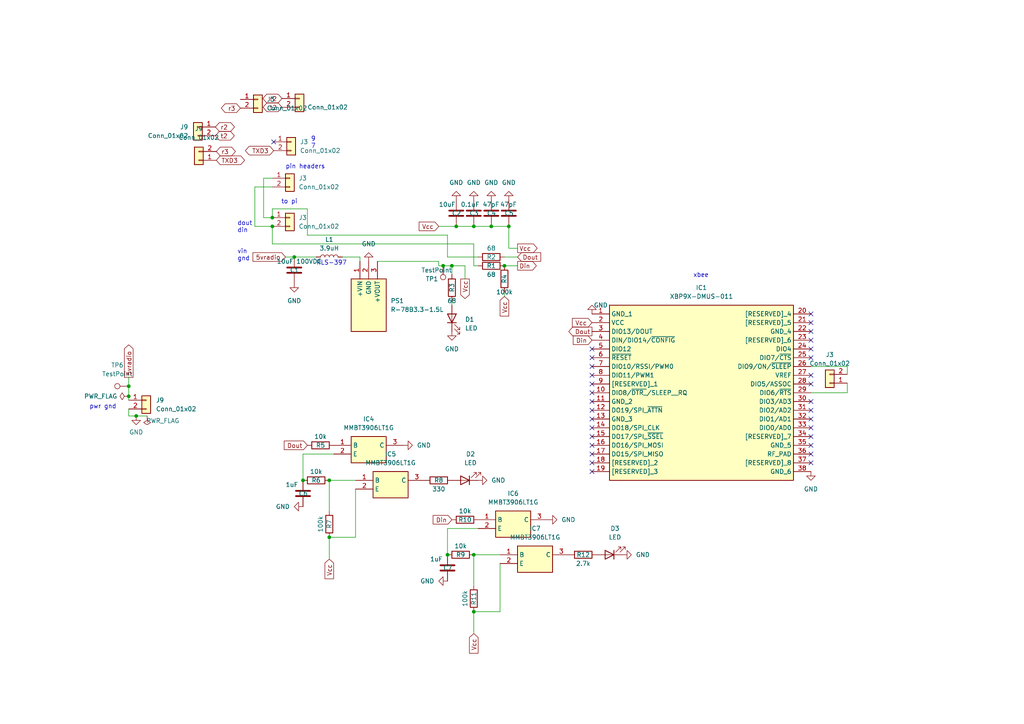
<source format=kicad_sch>
(kicad_sch (version 20230121) (generator eeschema)
  (paper "A4")
  (lib_symbols
    (symbol "Connector:TestPoint" (pin_numbers hide) (pin_names (offset 0.762) hide)
      (property "Reference" "TP" (at 0 6.858 0))
      (property "Value" "TestPoint" (at 0 5.08 0))
      (symbol "TestPoint_0_1"
        (circle (center 0 3.302) (radius 0.762))
      )
      (symbol "TestPoint_1_1"
        (pin passive line (at 0 0 90) (length 2.54) (name "1") (number "1"))
      )
    )
    (symbol "Connector_Generic:Conn_01x02" (pin_names (offset 1.016) hide)
      (property "Reference" "J" (at 0 2.54 0))
      (property "Value" "Conn_01x02" (at 0 -5.08 0))
      (symbol "Conn_01x02_1_1"
        (rectangle (start -1.27 -2.413) (end 0 -2.667) (stroke (width 0.1524)))
        (rectangle (start -1.27 0.127) (end 0 -0.127) (stroke (width 0.1524)))
        (rectangle (start -1.27 1.27) (end 1.27 -3.81) (stroke (width 0.254)) (fill (type background)))
        (pin passive line (at -5.08 0 0) (length 3.81) (name "Pin_1") (number "1"))
        (pin passive line (at -5.08 -2.54 0) (length 3.81) (name "Pin_2") (number "2"))
      )
    )
    (symbol "Device:C" (pin_numbers hide) (pin_names (offset 0.254))
      (property "Reference" "C" (at 0.635 2.54 0))
      (property "Value" "C" (at 0.635 -2.54 0))
      (symbol "C_0_1"
        (polyline (pts (xy -2.032 -0.762) (xy 2.032 -0.762)) (stroke (width 0.508)))
        (polyline (pts (xy -2.032 0.762) (xy 2.032 0.762)) (stroke (width 0.508)))
      )
      (symbol "C_1_1"
        (pin passive line (at 0 3.81 270) (length 2.794) (name "~") (number "1"))
        (pin passive line (at 0 -3.81 90) (length 2.794) (name "~") (number "2"))
      )
    )
    (symbol "Device:L" (pin_numbers hide) (pin_names (offset 1.016) hide)
      (property "Reference" "L" (at -1.27 0 90))
      (property "Value" "L" (at 1.905 0 90))
      (symbol "L_0_1"
        (arc (start 0 -2.54) (mid 0.6323 -1.905) (end 0 -1.27))
        (arc (start 0 -1.27) (mid 0.6323 -0.635) (end 0 0))
        (arc (start 0 0) (mid 0.6323 0.635) (end 0 1.27))
        (arc (start 0 1.27) (mid 0.6323 1.905) (end 0 2.54))
      )
      (symbol "L_1_1"
        (pin passive line (at 0 3.81 270) (length 1.27) (name "1") (number "1"))
        (pin passive line (at 0 -3.81 90) (length 1.27) (name "2") (number "2"))
      )
    )
    (symbol "Device:LED" (pin_numbers hide) (pin_names (offset 1.016) hide)
      (property "Reference" "D" (at 0 2.54 0))
      (property "Value" "LED" (at 0 -2.54 0))
      (symbol "LED_0_1"
        (polyline (pts (xy -1.27 -1.27) (xy -1.27 1.27)) (stroke (width 0.254)))
        (polyline (pts (xy -1.27 0) (xy 1.27 0)))
        (polyline (pts (xy 1.27 -1.27) (xy 1.27 1.27) (xy -1.27 0) (xy 1.27 -1.27)) (stroke (width 0.254)))
        (polyline (pts (xy -3.048 -0.762) (xy -4.572 -2.286) (xy -3.81 -2.286) (xy -4.572 -2.286) (xy -4.572 -1.524)))
        (polyline (pts (xy -1.778 -0.762) (xy -3.302 -2.286) (xy -2.54 -2.286) (xy -3.302 -2.286) (xy -3.302 -1.524)))
      )
      (symbol "LED_1_1"
        (pin passive line (at -3.81 0 0) (length 2.54) (name "K") (number "1"))
        (pin passive line (at 3.81 0 180) (length 2.54) (name "A") (number "2"))
      )
    )
    (symbol "Device:R" (pin_numbers hide) (pin_names (offset 0))
      (property "Reference" "R" (at 2.032 0 90))
      (property "Value" "R" (at 0 0 90))
      (symbol "R_0_1"
        (rectangle (start -1.016 -2.54) (end 1.016 2.54) (stroke (width 0.254)))
      )
      (symbol "R_1_1"
        (pin passive line (at 0 3.81 270) (length 1.27) (name "~") (number "1"))
        (pin passive line (at 0 -3.81 90) (length 1.27) (name "~") (number "2"))
      )
    )
    (symbol "power:GND" (power) (pin_names (offset 0))
      (property "Value" "GND" (at 0 -3.81 0))
      (symbol "GND_0_1"
        (polyline (pts (xy 0 0) (xy 0 -1.27) (xy 1.27 -1.27) (xy 0 -2.54) (xy -1.27 -1.27) (xy 0 -1.27)))
      )
      (symbol "GND_1_1"
        (pin power_in line (at 0 0 270) (length 0) hide (name "GND") (number "1"))
      )
    )
    (symbol "power:PWR_FLAG" (power) (pin_numbers hide) (pin_names (offset 0) hide)
      (property "Value" "PWR_FLAG" (at 0 3.81 0))
      (symbol "PWR_FLAG_0_0"
        (pin power_out line (at 0 0 90) (length 0) (name "pwr") (number "1"))
      )
      (symbol "PWR_FLAG_0_1"
        (polyline (pts (xy 0 0) (xy 0 1.27) (xy -1.016 1.905) (xy 0 2.54) (xy 1.016 1.905) (xy 0 1.27)))
      )
    )
    (symbol "radio_module_symbols:MMBT3906LT1G"
      (property "Reference" "IC" (at 16.51 7.62 0))
      (property "Value" "MMBT3906LT1G" (at 16.51 5.08 0))
      (symbol "MMBT3906LT1G_1_1"
        (rectangle (start 5.08 2.54) (end 15.24 -5.08) (stroke (width 0.254)) (fill (type background)))
        (pin passive line (at 0 0 0) (length 5.08) (name "B") (number "1"))
        (pin passive line (at 0 -2.54 0) (length 5.08) (name "E") (number "2"))
        (pin passive line (at 20.32 0 180) (length 5.08) (name "C") (number "3"))
      )
    )
    (symbol "radio_module_symbols:R-78B3.3-1.5L"
      (property "Reference" "PS" (at 21.59 7.62 0))
      (property "Value" "R-78B3.3-1.5L" (at 21.59 5.08 0))
      (symbol "R-78B3.3-1.5L_1_1"
        (rectangle (start 5.08 2.54) (end 20.32 -7.62) (stroke (width 0.254)) (fill (type background)))
        (pin passive line (at 0 -5.08 0) (length 5.08) (name "+VIN") (number "1"))
        (pin passive line (at 0 -2.54 0) (length 5.08) (name "GND") (number "2"))
        (pin passive line (at 0 0 0) (length 5.08) (name "+VOUT") (number "3"))
      )
    )
    (symbol "radio_module_symbols:XBP9X-DMUS-011"
      (property "Reference" "IC" (at 59.69 7.62 0))
      (property "Value" "XBP9X-DMUS-011" (at 59.69 5.08 0))
      (symbol "XBP9X-DMUS-011_1_1"
        (rectangle (start 5.08 2.54) (end 58.42 -48.26) (stroke (width 0.254)) (fill (type background)))
        (pin passive line (at 0 0 0) (length 5.08) (name "GND_1") (number "1"))
        (pin passive line (at 0 -22.86 0) (length 5.08) (name "DIO8/~{DTR_}/SLEEP__RQ") (number "10"))
        (pin passive line (at 0 -25.4 0) (length 5.08) (name "GND_2") (number "11"))
        (pin passive line (at 0 -27.94 0) (length 5.08) (name "DO19/SPI_~{ATTN}") (number "12"))
        (pin passive line (at 0 -30.48 0) (length 5.08) (name "GND_3") (number "13"))
        (pin passive line (at 0 -33.02 0) (length 5.08) (name "DO18/SPI_CLK") (number "14"))
        (pin passive line (at 0 -35.56 0) (length 5.08) (name "DO17/SPI_~{SSEL}") (number "15"))
        (pin passive line (at 0 -38.1 0) (length 5.08) (name "DO16/SPI_MOSI") (number "16"))
        (pin passive line (at 0 -40.64 0) (length 5.08) (name "DO15/SPI_MISO") (number "17"))
        (pin passive line (at 0 -43.18 0) (length 5.08) (name "[RESERVED]_2") (number "18"))
        (pin passive line (at 0 -45.72 0) (length 5.08) (name "[RESERVED]_3") (number "19"))
        (pin passive line (at 0 -2.54 0) (length 5.08) (name "VCC") (number "2"))
        (pin passive line (at 63.5 0 180) (length 5.08) (name "[RESERVED]_4") (number "20"))
        (pin passive line (at 63.5 -2.54 180) (length 5.08) (name "[RESERVED]_5") (number "21"))
        (pin passive line (at 63.5 -5.08 180) (length 5.08) (name "GND_4") (number "22"))
        (pin passive line (at 63.5 -7.62 180) (length 5.08) (name "[RESERVED]_6") (number "23"))
        (pin passive line (at 63.5 -10.16 180) (length 5.08) (name "DIO4") (number "24"))
        (pin passive line (at 63.5 -12.7 180) (length 5.08) (name "DIO7/~{CTS}") (number "25"))
        (pin passive line (at 63.5 -15.24 180) (length 5.08) (name "DIO9/ON/~{SLEEP}") (number "26"))
        (pin passive line (at 63.5 -17.78 180) (length 5.08) (name "VREF") (number "27"))
        (pin passive line (at 63.5 -20.32 180) (length 5.08) (name "DIO5/ASSOC") (number "28"))
        (pin passive line (at 63.5 -22.86 180) (length 5.08) (name "DIO6/~{RTS}") (number "29"))
        (pin passive line (at 0 -5.08 0) (length 5.08) (name "DIO13/DOUT") (number "3"))
        (pin passive line (at 63.5 -25.4 180) (length 5.08) (name "DIO3/AD3") (number "30"))
        (pin passive line (at 63.5 -27.94 180) (length 5.08) (name "DIO2/AD2") (number "31"))
        (pin passive line (at 63.5 -30.48 180) (length 5.08) (name "DIO1/AD1") (number "32"))
        (pin passive line (at 63.5 -33.02 180) (length 5.08) (name "DIO0/AD0") (number "33"))
        (pin passive line (at 63.5 -35.56 180) (length 5.08) (name "[RESERVED]_7") (number "34"))
        (pin passive line (at 63.5 -38.1 180) (length 5.08) (name "GND_5") (number "35"))
        (pin passive line (at 63.5 -40.64 180) (length 5.08) (name "RF_PAD") (number "36"))
        (pin passive line (at 63.5 -43.18 180) (length 5.08) (name "[RESERVED]_8") (number "37"))
        (pin passive line (at 63.5 -45.72 180) (length 5.08) (name "GND_6") (number "38"))
        (pin passive line (at 0 -7.62 0) (length 5.08) (name "DIN/DIO14/~{CONFIG}") (number "4"))
        (pin passive line (at 0 -10.16 0) (length 5.08) (name "DIO12") (number "5"))
        (pin passive line (at 0 -12.7 0) (length 5.08) (name "~{RESET}") (number "6"))
        (pin passive line (at 0 -15.24 0) (length 5.08) (name "DIO10/RSSI/PWM0") (number "7"))
        (pin passive line (at 0 -17.78 0) (length 5.08) (name "DIO11/PWM1") (number "8"))
        (pin passive line (at 0 -20.32 0) (length 5.08) (name "[RESERVED]_1") (number "9"))
      )
    )
  )
  (junction (at 147.574 65.659))
  (junction (at 129.794 160.909))
  (junction (at 78.994 65.659))
  (junction (at 78.994 63.119))
  (junction (at 95.504 155.829))
  (junction (at 128.524 77.089))
  (junction (at 137.414 65.659))
  (junction (at 137.414 160.909))
  (junction (at 37.338 114.935))
  (junction (at 137.414 177.419))
  (junction (at 37.338 112.014))
  (junction (at 142.494 65.659))
  (junction (at 85.344 74.549))
  (junction (at 87.884 139.319))
  (junction (at 132.334 65.659))
  (junction (at 146.304 77.089))
  (junction (at 131.064 77.089))
  (junction (at 39.497 120.65))
  (junction (at 95.504 139.319))
  (no_connect (at 235.204 101.219))
  (no_connect (at 171.704 126.619))
  (no_connect (at 235.204 108.839))
  (no_connect (at 235.204 96.139))
  (no_connect (at 235.204 103.759))
  (no_connect (at 235.204 134.239))
  (no_connect (at 235.204 91.059))
  (no_connect (at 171.704 116.459))
  (no_connect (at 235.204 124.079))
  (no_connect (at 171.704 101.219))
  (no_connect (at 171.704 118.999))
  (no_connect (at 79.375 41.148))
  (no_connect (at 171.704 113.919))
  (no_connect (at 171.704 121.539))
  (no_connect (at 171.704 131.699))
  (no_connect (at 235.204 98.679))
  (no_connect (at 235.204 131.699))
  (no_connect (at 235.204 126.619))
  (no_connect (at 171.704 124.079))
  (no_connect (at 235.204 116.459))
  (no_connect (at 235.204 118.999))
  (no_connect (at 235.204 129.159))
  (no_connect (at 235.204 121.539))
  (no_connect (at 171.704 108.839))
  (no_connect (at 171.704 136.779))
  (no_connect (at 171.704 111.379))
  (no_connect (at 171.704 106.299))
  (no_connect (at 235.204 93.599))
  (no_connect (at 235.204 111.379))
  (no_connect (at 171.704 103.759))
  (no_connect (at 171.704 134.239))
  (no_connect (at 171.704 129.159))
  (wire (pts (xy 129.794 160.909) (xy 129.794 153.289)))
  (wire (pts (xy 103.124 155.829) (xy 95.504 155.829)))
  (wire (pts (xy 85.344 74.549) (xy 91.694 74.549)))
  (wire (pts (xy 95.504 148.209) (xy 95.504 139.319)))
  (wire (pts (xy 78.994 60.579) (xy 78.994 63.119)))
  (wire (pts (xy 89.154 60.579) (xy 78.994 60.579)))
  (wire (pts (xy 103.124 141.859) (xy 103.124 155.829)))
  (wire (pts (xy 95.504 162.179) (xy 95.504 155.829)))
  (wire (pts (xy 129.794 74.549) (xy 138.684 74.549)))
  (wire (pts (xy 89.154 68.199) (xy 89.154 60.579)))
  (wire (pts (xy 76.454 51.689) (xy 78.994 51.689)))
  (wire (pts (xy 146.304 85.979) (xy 146.304 84.709)))
  (wire (pts (xy 87.884 139.319) (xy 87.884 131.699)))
  (wire (pts (xy 146.304 74.549) (xy 150.114 74.549)))
  (wire (pts (xy 131.064 77.089) (xy 131.064 79.629)))
  (wire (pts (xy 235.204 106.299) (xy 245.745 106.299)))
  (wire (pts (xy 128.524 77.089) (xy 131.064 77.089)))
  (wire (pts (xy 137.414 169.799) (xy 137.414 160.909)))
  (wire (pts (xy 99.314 74.549) (xy 104.394 74.549)))
  (wire (pts (xy 137.414 160.909) (xy 145.034 160.909)))
  (wire (pts (xy 145.034 177.419) (xy 137.414 177.419)))
  (wire (pts (xy 104.394 74.549) (xy 104.394 75.819)))
  (wire (pts (xy 129.794 68.199) (xy 129.794 74.549)))
  (wire (pts (xy 131.064 88.519) (xy 131.064 87.249)))
  (wire (pts (xy 127.254 65.659) (xy 132.334 65.659)))
  (wire (pts (xy 131.064 77.089) (xy 134.874 77.089)))
  (wire (pts (xy 129.794 68.199) (xy 89.154 68.199)))
  (wire (pts (xy 245.745 113.919) (xy 245.745 111.125)))
  (wire (pts (xy 137.414 70.739) (xy 137.414 77.089)))
  (wire (pts (xy 73.914 65.659) (xy 73.914 54.229)))
  (wire (pts (xy 150.114 72.009) (xy 147.574 72.009)))
  (wire (pts (xy 37.338 109.474) (xy 37.338 112.014)))
  (wire (pts (xy 127.254 77.089) (xy 128.524 77.089)))
  (wire (pts (xy 137.414 65.659) (xy 142.494 65.659)))
  (wire (pts (xy 109.474 75.819) (xy 127.254 75.819)))
  (wire (pts (xy 78.994 70.739) (xy 137.414 70.739)))
  (wire (pts (xy 127.254 75.819) (xy 127.254 77.089)))
  (wire (pts (xy 132.334 65.659) (xy 137.414 65.659)))
  (wire (pts (xy 235.204 113.919) (xy 245.745 113.919)))
  (wire (pts (xy 73.914 54.229) (xy 78.994 54.229)))
  (wire (pts (xy 76.454 63.119) (xy 76.454 51.689)))
  (wire (pts (xy 39.497 120.65) (xy 42.672 120.65)))
  (wire (pts (xy 82.804 74.549) (xy 85.344 74.549)))
  (wire (pts (xy 134.874 77.089) (xy 134.874 80.899)))
  (wire (pts (xy 37.338 120.65) (xy 39.497 120.65)))
  (wire (pts (xy 37.338 114.935) (xy 37.338 116.078)))
  (wire (pts (xy 137.414 183.769) (xy 137.414 177.419)))
  (wire (pts (xy 137.414 77.089) (xy 138.684 77.089)))
  (wire (pts (xy 87.884 131.699) (xy 96.774 131.699)))
  (wire (pts (xy 78.994 65.659) (xy 73.914 65.659)))
  (wire (pts (xy 146.304 77.089) (xy 150.114 77.089)))
  (wire (pts (xy 145.034 163.449) (xy 145.034 177.419)))
  (wire (pts (xy 95.504 139.319) (xy 103.124 139.319)))
  (wire (pts (xy 37.338 120.65) (xy 37.338 118.618)))
  (wire (pts (xy 245.745 106.299) (xy 245.745 108.585)))
  (wire (pts (xy 129.794 153.289) (xy 138.684 153.289)))
  (wire (pts (xy 147.574 72.009) (xy 147.574 65.659)))
  (wire (pts (xy 142.494 65.659) (xy 147.574 65.659)))
  (wire (pts (xy 37.338 112.014) (xy 37.338 114.935)))
  (wire (pts (xy 78.994 63.119) (xy 76.454 63.119)))
  (wire (pts (xy 78.994 70.739) (xy 78.994 65.659)))
  (text "9\n7" (at 90.17 43.18 0) (effects (font (size 1.27 1.27)) (justify left bottom)))
  (text "dout\ndin\n\n\nvin\ngnd" (at 68.834 75.819 0) (effects (font (size 1.27 1.27)) (justify left bottom)))
  (text "RLS-397" (at 91.694 77.089 0) (effects (font (size 1.27 1.27)) (justify left bottom)))
  (text "pin headers" (at 82.804 49.149 0) (effects (font (size 1.27 1.27)) (justify left bottom)))
  (text "pwr gnd\n" (at 25.908 118.745 0) (effects (font (size 1.27 1.27)) (justify left bottom)))
  (text "to pi" (at 81.534 59.309 0) (effects (font (size 1.27 1.27)) (justify left bottom)))
  (text "xbee" (at 201.041 80.645 0) (effects (font (size 1.27 1.27)) (justify left bottom)))
  (global_label "Dout" (shape input) (at 150.114 74.549 0) (property "Intersheetrefs" "${INTERSHEET_REFS}" (effects hide)))
  (global_label "t2" (shape bidirectional) (at 62.484 39.37 0) (property "Intersheetrefs" "${INTERSHEET_REFS}" (effects hide)))
  (global_label "Dout" (shape output) (at 171.704 96.139 180) (property "Intersheetrefs" "${INTERSHEET_REFS}" (effects hide)))
  (global_label "Din" (shape input) (at 131.064 150.749 180) (property "Intersheetrefs" "${INTERSHEET_REFS}" (effects hide)))
  (global_label "Vcc" (shape input) (at 171.704 93.599 180) (property "Intersheetrefs" "${INTERSHEET_REFS}" (effects hide)))
  (global_label "t2" (shape bidirectional) (at 81.788 31.115 180) (property "Intersheetrefs" "${INTERSHEET_REFS}" (effects hide)))
  (global_label "r2" (shape bidirectional) (at 62.484 36.83 0) (property "Intersheetrefs" "${INTERSHEET_REFS}" (effects hide)))
  (global_label "5vradio" (shape input) (at 82.804 74.549 180) (property "Intersheetrefs" "${INTERSHEET_REFS}" (effects hide)))
  (global_label "Vcc" (shape input) (at 146.304 85.979 270) (property "Intersheetrefs" "${INTERSHEET_REFS}" (effects hide)))
  (global_label "Din" (shape input) (at 171.704 98.679 180) (property "Intersheetrefs" "${INTERSHEET_REFS}" (effects hide)))
  (global_label "TXD3" (shape bidirectional) (at 79.375 43.688 180) (property "Intersheetrefs" "${INTERSHEET_REFS}" (effects hide)))
  (global_label "Vcc" (shape input) (at 95.504 162.179 270) (property "Intersheetrefs" "${INTERSHEET_REFS}" (effects hide)))
  (global_label "Vcc" (shape input) (at 137.414 183.769 270) (property "Intersheetrefs" "${INTERSHEET_REFS}" (effects hide)))
  (global_label "r3" (shape bidirectional) (at 69.723 31.369 180) (property "Intersheetrefs" "${INTERSHEET_REFS}" (effects hide)))
  (global_label "Dout" (shape input) (at 89.154 129.159 180) (property "Intersheetrefs" "${INTERSHEET_REFS}" (effects hide)))
  (global_label "Vcc" (shape output) (at 134.874 80.899 270) (property "Intersheetrefs" "${INTERSHEET_REFS}" (effects hide)))
  (global_label "Din" (shape output) (at 150.114 77.089 0) (property "Intersheetrefs" "${INTERSHEET_REFS}" (effects hide)))
  (global_label "r2" (shape bidirectional) (at 81.788 28.575 180) (property "Intersheetrefs" "${INTERSHEET_REFS}" (effects hide)))
  (global_label "Vcc" (shape input) (at 127.254 65.659 180) (property "Intersheetrefs" "${INTERSHEET_REFS}" (effects hide)))
  (global_label "TXD3" (shape bidirectional) (at 62.738 46.482 0) (property "Intersheetrefs" "${INTERSHEET_REFS}" (effects hide)))
  (global_label "r3" (shape bidirectional) (at 62.738 43.942 0) (property "Intersheetrefs" "${INTERSHEET_REFS}" (effects hide)))
  (global_label "5vradio" (shape output) (at 37.338 109.474 90) (property "Intersheetrefs" "${INTERSHEET_REFS}" (effects hide)))
  (global_label "Vcc" (shape output) (at 150.114 72.009 0) (property "Intersheetrefs" "${INTERSHEET_REFS}" (effects hide)))
  (symbol (lib_id "Device:C") (at 147.574 61.849 0) (unit 1)
    (property "Reference" "C5" (at 146.304 61.849 0) (effects (justify left)))
    (property "Value" "47pF" (at 145.034 59.309 0) (effects (justify left)))
    (property "Footprint" "Capacitor_SMD:C_0603_1608Metric" (effects hide))
    (instances (project "Radio Module" (path "" (reference "C5") (unit 1))) (project "mainbox_baclup" (path "" (reference "C29") (unit 1))))
  )
  (symbol (lib_id "power:GND") (at 137.414 58.039 180) (unit 1)
    (property "Reference" "#PWR05" (effects hide))
    (property "Value" "GND" (at 137.414 52.959 0))
    (instances (project "Radio Module" (path "" (reference "#PWR05") (unit 1))) (project "mainbox_baclup" (path "" (reference "#PWR091") (unit 1))))
  )
  (symbol (lib_id "Device:R") (at 137.414 173.609 180) (unit 1)
    (property "Reference" "R11" (at 137.414 173.609 90))
    (property "Value" "100k" (at 134.874 173.609 90))
    (property "Footprint" "Resistor_SMD:R_0603_1608Metric" (effects hide))
    (instances (project "Radio Module" (path "" (reference "R11") (unit 1))) (project "mainbox_baclup" (path "" (reference "R15") (unit 1))))
  )
  (symbol (lib_id "Connector:TestPoint") (at 37.338 112.014 90) (unit 1)
    (property "Reference" "TP6" (at 34.036 105.918 90))
    (property "Value" "TestPoint" (at 34.036 108.458 90))
    (property "Footprint" "TestPoint:TestPoint_Pad_1.5x1.5mm" (effects hide))
    (instances (project "mainbox_baclup" (path "" (reference "TP6") (unit 1)) (path "" (reference "TP10") (unit 1))))
  )
  (symbol (lib_id "Connector_Generic:Conn_01x02") (at 74.803 28.829 0) (unit 1)
    (property "Reference" "J3" (at 77.343 28.829 0) (effects (justify left)))
    (property "Value" "Conn_01x02" (at 77.343 31.369 0) (effects (justify left)))
    (property "Footprint" "Connector_PinHeader_2.54mm:PinHeader_1x02_P2.54mm_Vertical" (effects hide))
    (instances (project "Radio Module" (path "" (reference "J3") (unit 1))) (project "mainbox_baclup" (path "" (reference "J2") (unit 1)) (path "" (reference "J4") (unit 1))))
  )
  (symbol (lib_id "Device:R") (at 127.254 139.319 270) (unit 1)
    (property "Reference" "R8" (at 127.254 139.319 90))
    (property "Value" "330" (at 127.254 141.859 90))
    (property "Footprint" "Resistor_SMD:R_1206_3216Metric" (effects hide))
    (instances (project "Radio Module" (path "" (reference "R8") (unit 1))) (project "mainbox_baclup" (path "" (reference "R11") (unit 1))))
  )
  (symbol (lib_id "Device:C") (at 87.884 143.129 0) (unit 1)
    (property "Reference" "C6" (at 86.614 143.129 0) (effects (justify left)))
    (property "Value" "1uF" (at 82.804 140.589 0) (effects (justify left)))
    (property "Footprint" "Capacitor_SMD:C_0603_1608Metric" (effects hide))
    (instances (project "Radio Module" (path "" (reference "C6") (unit 1))) (project "mainbox_baclup" (path "" (reference "C8") (unit 1))))
  )
  (symbol (lib_id "Device:R") (at 142.494 74.549 90) (unit 1)
    (property "Reference" "R2" (at 142.494 74.549 90))
    (property "Value" "68" (at 142.494 72.009 90))
    (property "Footprint" "Resistor_SMD:R_0603_1608Metric" (effects hide))
    (instances (project "Radio Module" (path "" (reference "R2") (unit 1))) (project "mainbox_baclup" (path "" (reference "R16") (unit 1))))
  )
  (symbol (lib_id "Connector_Generic:Conn_01x02") (at 86.868 28.575 0) (unit 1)
    (property "Reference" "J3" (effects hide))
    (property "Value" "Conn_01x02" (at 89.154 31.115 0) (effects (justify left)))
    (property "Footprint" "Connector_PinHeader_2.54mm:PinHeader_1x02_P2.54mm_Vertical" (effects hide))
    (instances (project "Radio Module" (path "" (reference "J3") (unit 1))) (project "mainbox_baclup" (path "" (reference "J11") (unit 1)) (path "" (reference "J4") (unit 1))))
  )
  (symbol (lib_id "power:PWR_FLAG") (at 37.338 114.935 90) (unit 1)
    (property "Reference" "#FLG02" (effects hide))
    (property "Value" "PWR_FLAG" (at 34.036 114.935 90) (effects (justify left)))
    (instances (project "mainbox_baclup" (path "" (reference "#FLG02") (unit 1)) (path "" (reference "#FLG03") (unit 1)) (path "" (reference "#FLG07") (unit 1))))
  )
  (symbol (lib_id "radio_module_symbols:MMBT3906LT1G") (at 96.774 129.159 0) (unit 1)
    (property "Reference" "IC4" (at 106.934 121.539 0))
    (property "Value" "MMBT3906LT1G" (at 106.934 124.079 0))
    (property "Footprint" "radio_modulefp:SOT96P237X111-3N" (effects hide))
    (property "Datasheet" "http://www.onsemi.com/pub/Collateral/MMBT3906LT1-D.PDF" (effects hide))
    (property "Height" "1.11" (effects hide))
    (property "Mouser Part Number" "863-MMBT3906LT1G" (effects hide))
    (property "Mouser Price/Stock" "https://www.mouser.co.uk/ProductDetail/onsemi/MMBT3906LT1G?qs=HVbQlW5zcXXO9RcjXx8aQw%3D%3D" (effects hide))
    (property "Manufacturer_Name" "onsemi" (effects hide))
    (property "Manufacturer_Part_Number" "MMBT3906LT1G" (effects hide))
  )
  (symbol (lib_id "Connector_Generic:Conn_01x02") (at 240.665 111.125 180) (unit 1)
    (property "Reference" "J3" (at 240.665 102.87 0))
    (property "Value" "Conn_01x02" (at 240.665 105.41 0))
    (property "Footprint" "Connector_PinHeader_2.54mm:PinHeader_1x02_P2.54mm_Vertical" (effects hide))
    (instances (project "Radio Module" (path "" (reference "J3") (unit 1))) (project "mainbox_baclup" (path "" (reference "J9") (unit 1))))
  )
  (symbol (lib_id "Device:C") (at 142.494 61.849 0) (unit 1)
    (property "Reference" "C4" (at 141.224 61.849 0) (effects (justify left)))
    (property "Value" "47pF" (at 139.954 59.309 0) (effects (justify left)))
    (property "Footprint" "Capacitor_SMD:C_0603_1608Metric" (effects hide))
    (instances (project "Radio Module" (path "" (reference "C4") (unit 1))) (project "mainbox_baclup" (path "" (reference "C27") (unit 1))))
  )
  (symbol (lib_id "Device:C") (at 132.334 61.849 0) (unit 1)
    (property "Reference" "C2" (at 131.064 61.849 0) (effects (justify left)))
    (property "Value" "10uF" (at 127.254 59.309 0) (effects (justify left)))
    (property "Footprint" "Capacitor_SMD:C_0603_1608Metric" (effects hide))
    (instances (project "Radio Module" (path "" (reference "C2") (unit 1))) (project "mainbox_baclup" (path "" (reference "C17") (unit 1))))
  )
  (symbol (lib_id "Device:R") (at 146.304 80.899 180) (unit 1)
    (property "Reference" "R4" (at 146.304 80.899 90))
    (property "Value" "100k" (at 146.304 84.709 0))
    (property "Footprint" "Resistor_SMD:R_0603_1608Metric" (effects hide))
    (instances (project "Radio Module" (path "" (reference "R4") (unit 1))) (project "mainbox_baclup" (path "" (reference "R18") (unit 1))))
  )
  (symbol (lib_id "Device:R") (at 95.504 152.019 180) (unit 1)
    (property "Reference" "R7" (at 95.504 152.019 90))
    (property "Value" "100k" (at 92.964 152.019 90))
    (property "Footprint" "Resistor_SMD:R_0603_1608Metric" (effects hide))
    (instances (project "Radio Module" (path "" (reference "R7") (unit 1))) (project "mainbox_baclup" (path "" (reference "R10") (unit 1))))
  )
  (symbol (lib_id "Device:C") (at 137.414 61.849 0) (unit 1)
    (property "Reference" "C3" (at 136.144 61.849 0) (effects (justify left)))
    (property "Value" "0.1uF" (at 133.604 59.309 0) (effects (justify left)))
    (property "Footprint" "Capacitor_SMD:C_0603_1608Metric" (effects hide))
    (instances (project "Radio Module" (path "" (reference "C3") (unit 1))) (project "mainbox_baclup" (path "" (reference "C25") (unit 1))))
  )
  (symbol (lib_id "Device:C") (at 85.344 78.359 0) (unit 1)
    (property "Reference" "C1" (at 84.074 78.359 0) (effects (justify left)))
    (property "Value" "10uF 100VDC" (at 80.264 75.819 0) (effects (justify left)))
    (property "Footprint" "Capacitor_SMD:C_1210_3225Metric" (effects hide))
    (instances (project "Radio Module" (path "" (reference "C1") (unit 1))) (project "mainbox_baclup" (path "" (reference "C3") (unit 1))))
  )
  (symbol (lib_id "Connector_Generic:Conn_01x02") (at 57.658 46.482 180) (unit 1)
    (property "Reference" "J9" (at 57.658 37.338 0))
    (property "Value" "Conn_01x02" (at 57.658 39.878 0))
    (property "Footprint" "peripheralio:SMD_picoblade_hori_1x02" (effects hide))
    (instances (project "mainbox_baclup" (path "" (reference "J9") (unit 1)) (path "" (reference "J21") (unit 1)) (path "" (reference "J13") (unit 1))))
  )
  (symbol (lib_id "power:GND") (at 129.794 168.529 270) (unit 1)
    (property "Reference" "#PWR014" (effects hide))
    (property "Value" "GND" (at 125.984 168.529 90) (effects (justify right)))
    (instances (project "Radio Module" (path "" (reference "#PWR014") (unit 1))) (project "mainbox_baclup" (path "" (reference "#PWR088") (unit 1))))
  )
  (symbol (lib_id "power:GND") (at 87.884 146.939 270) (unit 1)
    (property "Reference" "#PWR013" (effects hide))
    (property "Value" "GND" (at 84.074 146.939 90) (effects (justify right)))
    (instances (project "Radio Module" (path "" (reference "#PWR013") (unit 1))) (project "mainbox_baclup" (path "" (reference "#PWR085") (unit 1))))
  )
  (symbol (lib_id "power:GND") (at 85.344 82.169 0) (unit 1)
    (property "Reference" "#PWR02" (effects hide))
    (property "Value" "GND" (at 85.344 87.249 0))
    (instances (project "Radio Module" (path "" (reference "#PWR02") (unit 1))) (project "mainbox_baclup" (path "" (reference "#PWR084") (unit 1))))
  )
  (symbol (lib_id "Device:L") (at 95.504 74.549 90) (unit 1)
    (property "Reference" "L1" (at 95.504 69.469 90))
    (property "Value" "3.9uH" (at 95.504 72.009 90))
    (property "Footprint" "radio_modulefp:RLS397" (effects hide))
    (instances (project "Radio Module" (path "" (reference "L1") (unit 1))) (project "mainbox_baclup" (path "" (reference "L2") (unit 1))))
  )
  (symbol (lib_id "power:PWR_FLAG") (at 42.672 120.65 180) (unit 1)
    (property "Reference" "#FLG01" (effects hide))
    (property "Value" "PWR_FLAG" (at 47.244 122.047 0))
    (instances (project "mainbox_baclup" (path "" (reference "#FLG01") (unit 1)) (path "" (reference "#FLG04") (unit 1)) (path "" (reference "#FLG08") (unit 1))))
  )
  (symbol (lib_id "Device:R") (at 142.494 77.089 90) (unit 1)
    (property "Reference" "R1" (at 142.494 77.089 90))
    (property "Value" "68" (at 142.494 79.629 90))
    (property "Footprint" "Resistor_SMD:R_0603_1608Metric" (effects hide))
    (instances (project "Radio Module" (path "" (reference "R1") (unit 1))) (project "mainbox_baclup" (path "" (reference "R17") (unit 1))))
  )
  (symbol (lib_id "Device:LED") (at 131.064 92.329 90) (unit 1)
    (property "Reference" "D1" (at 134.874 92.6465 90) (effects (justify right)))
    (property "Value" "LED" (at 134.874 95.1865 90) (effects (justify right)))
    (property "Footprint" "LED_SMD:LED_0603_1608Metric" (effects hide))
    (instances (project "Radio Module" (path "" (reference "D1") (unit 1))) (project "mainbox_baclup" (path "" (reference "D2") (unit 1))))
  )
  (symbol (lib_id "power:GND") (at 132.334 58.039 180) (unit 1)
    (property "Reference" "#PWR03" (effects hide))
    (property "Value" "GND" (at 132.334 52.959 0))
    (instances (project "Radio Module" (path "" (reference "#PWR03") (unit 1))) (project "mainbox_baclup" (path "" (reference "#PWR090") (unit 1))))
  )
  (symbol (lib_id "power:GND") (at 117.094 129.159 90) (unit 1)
    (property "Reference" "#PWR012" (effects hide))
    (property "Value" "GND" (at 120.904 129.159 90) (effects (justify right)))
    (instances (project "Radio Module" (path "" (reference "#PWR012") (unit 1))) (project "mainbox_baclup" (path "" (reference "#PWR087") (unit 1))))
  )
  (symbol (lib_id "power:GND") (at 159.004 150.749 90) (unit 1)
    (property "Reference" "#PWR015" (effects hide))
    (property "Value" "GND" (at 162.814 150.749 90) (effects (justify right)))
    (instances (project "Radio Module" (path "" (reference "#PWR015") (unit 1))) (project "mainbox_baclup" (path "" (reference "#PWR095") (unit 1))))
  )
  (symbol (lib_id "power:GND") (at 180.594 160.909 90) (unit 1)
    (property "Reference" "#PWR017" (effects hide))
    (property "Value" "GND" (at 184.404 160.909 90) (effects (justify right)))
    (instances (project "Radio Module" (path "" (reference "#PWR017") (unit 1))) (project "mainbox_baclup" (path "" (reference "#PWR098") (unit 1))))
  )
  (symbol (lib_id "radio_module_symbols:MMBT3906LT1G") (at 103.124 139.319 0) (unit 1)
    (property "Reference" "IC5" (at 113.284 131.699 0))
    (property "Value" "MMBT3906LT1G" (at 113.284 134.239 0))
    (property "Footprint" "radio_modulefp:SOT96P237X111-3N" (effects hide))
    (property "Datasheet" "http://www.onsemi.com/pub/Collateral/MMBT3906LT1-D.PDF" (effects hide))
    (property "Height" "1.11" (effects hide))
    (property "Mouser Part Number" "863-MMBT3906LT1G" (effects hide))
    (property "Mouser Price/Stock" "https://www.mouser.co.uk/ProductDetail/onsemi/MMBT3906LT1G?qs=HVbQlW5zcXXO9RcjXx8aQw%3D%3D" (effects hide))
    (property "Manufacturer_Name" "onsemi" (effects hide))
    (property "Manufacturer_Part_Number" "MMBT3906LT1G" (effects hide))
  )
  (symbol (lib_id "Device:R") (at 92.964 129.159 90) (unit 1)
    (property "Reference" "R5" (at 92.964 129.159 90))
    (property "Value" "10k" (at 92.964 126.619 90))
    (property "Footprint" "Resistor_SMD:R_0603_1608Metric" (effects hide))
    (instances (project "Radio Module" (path "" (reference "R5") (unit 1))) (project "mainbox_baclup" (path "" (reference "R9") (unit 1))))
  )
  (symbol (lib_id "Device:LED") (at 134.874 139.319 180) (unit 1)
    (property "Reference" "D2" (at 136.4615 131.699 0))
    (property "Value" "LED" (at 136.4615 134.239 0))
    (property "Footprint" "LED_SMD:LED_0603_1608Metric" (effects hide))
    (instances (project "Radio Module" (path "" (reference "D2") (unit 1))) (project "mainbox_baclup" (path "" (reference "D3") (unit 1))))
  )
  (symbol (lib_id "Connector_Generic:Conn_01x02") (at 84.074 51.689 0) (unit 1)
    (property "Reference" "J3" (at 86.614 51.689 0) (effects (justify left)))
    (property "Value" "Conn_01x02" (at 86.614 54.229 0) (effects (justify left)))
    (property "Footprint" "Connector_PinHeader_2.54mm:PinHeader_1x02_P2.54mm_Vertical" (effects hide))
    (instances (project "Radio Module" (path "" (reference "J3") (unit 1))) (project "mainbox_baclup" (path "" (reference "J5") (unit 1))))
  )
  (symbol (lib_id "Connector_Generic:Conn_01x02") (at 57.404 36.83 0) (mirror y) (unit 1)
    (property "Reference" "J9" (at 54.61 36.83 0) (effects (justify left)))
    (property "Value" "Conn_01x02" (at 54.61 39.37 0) (effects (justify left)))
    (property "Footprint" "peripheralio:SMD_picoblade_hori_1x02" (effects hide))
    (instances (project "mainbox_baclup" (path "" (reference "J9") (unit 1)) (path "" (reference "J21") (unit 1)) (path "" (reference "J12") (unit 1))))
  )
  (symbol (lib_id "power:GND") (at 138.684 139.319 90) (unit 1)
    (property "Reference" "#PWR016" (effects hide))
    (property "Value" "GND" (at 142.494 139.319 90) (effects (justify right)))
    (instances (project "Radio Module" (path "" (reference "#PWR016") (unit 1))) (project "mainbox_baclup" (path "" (reference "#PWR092") (unit 1))))
  )
  (symbol (lib_id "radio_module_symbols:R-78B3.3-1.5L") (at 109.474 75.819 270) (unit 1)
    (property "Reference" "PS1" (at 113.284 87.249 90) (effects (justify left)))
    (property "Value" "R-78B3.3-1.5L" (at 113.284 89.789 90) (effects (justify left)))
    (property "Footprint" "radio_modulefp:R78B5015L" (effects hide))
    (property "Datasheet" "https://www.arrow.com/en/products/r-78b3.3-1.5l/recom-power" (effects hide))
    (property "Height" "8" (effects hide))
    (property "Mouser Part Number" "919-R-78B3.3-1.5L" (effects hide))
    (property "Mouser Price/Stock" "https://www.mouser.co.uk/ProductDetail/RECOM-Power/R-78B3.3-1.5L?qs=XF8hdbuHJAXdbZOwcNOS%2FA%3D%3D" (effects hide))
    (property "Manufacturer_Name" "RECOM Power" (effects hide))
    (property "Manufacturer_Part_Number" "R-78B3.3-1.5L" (effects hide))
  )
  (symbol (lib_id "Device:R") (at 131.064 83.439 180) (unit 1)
    (property "Reference" "R3" (at 131.064 83.439 90))
    (property "Value" "68" (at 131.064 87.249 0))
    (property "Footprint" "Resistor_SMD:R_0603_1608Metric" (effects hide))
    (instances (project "Radio Module" (path "" (reference "R3") (unit 1))) (project "mainbox_baclup" (path "" (reference "R12") (unit 1))))
  )
  (symbol (lib_id "radio_module_symbols:MMBT3906LT1G") (at 138.684 150.749 0) (unit 1)
    (property "Reference" "IC6" (at 148.844 143.129 0))
    (property "Value" "MMBT3906LT1G" (at 148.844 145.669 0))
    (property "Footprint" "radio_modulefp:SOT96P237X111-3N" (effects hide))
    (property "Datasheet" "http://www.onsemi.com/pub/Collateral/MMBT3906LT1-D.PDF" (effects hide))
    (property "Height" "1.11" (effects hide))
    (property "Mouser Part Number" "863-MMBT3906LT1G" (effects hide))
    (property "Mouser Price/Stock" "https://www.mouser.co.uk/ProductDetail/onsemi/MMBT3906LT1G?qs=HVbQlW5zcXXO9RcjXx8aQw%3D%3D" (effects hide))
    (property "Manufacturer_Name" "onsemi" (effects hide))
    (property "Manufacturer_Part_Number" "MMBT3906LT1G" (effects hide))
  )
  (symbol (lib_id "power:GND") (at 39.497 120.65 0) (unit 1)
    (property "Reference" "#PWR01" (effects hide))
    (property "Value" "GND" (at 39.497 125.349 0))
    (instances (project "mainbox_baclup" (path "" (reference "#PWR01") (unit 1)) (path "" (reference "#PWR052") (unit 1)) (path "" (reference "#PWR097") (unit 1))))
  )
  (symbol (lib_id "Connector:TestPoint") (at 128.524 77.089 180) (unit 1)
    (property "Reference" "TP1" (at 123.444 80.899 0) (effects (justify right)))
    (property "Value" "TestPoint" (at 122.174 78.359 0) (effects (justify right)))
    (property "Footprint" "TestPoint:TestPoint_Pad_3.0x3.0mm" (effects hide))
    (instances (project "Radio Module" (path "" (reference "TP1") (unit 1))) (project "mainbox_baclup" (path "" (reference "TP9") (unit 1))))
  )
  (symbol (lib_id "Connector_Generic:Conn_01x02") (at 84.074 63.119 0) (unit 1)
    (property "Reference" "J3" (at 86.614 63.119 0) (effects (justify left)))
    (property "Value" "Conn_01x02" (at 86.614 65.659 0) (effects (justify left)))
    (property "Footprint" "Connector_PinHeader_2.54mm:PinHeader_1x02_P2.54mm_Vertical" (effects hide))
    (instances (project "Radio Module" (path "" (reference "J3") (unit 1))) (project "mainbox_baclup" (path "" (reference "J8") (unit 1))))
  )
  (symbol (lib_id "radio_module_symbols:XBP9X-DMUS-011") (at 171.704 91.059 0) (unit 1)
    (property "Reference" "IC1" (at 203.454 83.439 0))
    (property "Value" "XBP9X-DMUS-011" (at 203.454 85.979 0))
    (property "Footprint" "radio_modulefp:xbee sx 900" (effects hide))
    (property "Datasheet" "http://www.digi.com/resources/documentation/digidocs/pdfs/90001477.pdf" (effects hide))
    (property "Height" "3.429" (effects hide))
    (property "Mouser Part Number" "888-XBP9X-DMUS-011" (effects hide))
    (property "Mouser Price/Stock" "https://www.mouser.co.uk/ProductDetail/DIGI/XBP9X-DMUS-011?qs=u4fy%2FsgLU9PDEP8%2FPyF26w%3D%3D" (effects hide))
    (property "Manufacturer_Name" "DIGI" (effects hide))
    (property "Manufacturer_Part_Number" "XBP9X-DMUS-011" (effects hide))
    (instances (project "Radio Module" (path "" (reference "IC1") (unit 1))) (project "mainbox_baclup" (path "" (reference "IC8") (unit 1))))
  )
  (symbol (lib_id "Device:R") (at 91.694 139.319 90) (unit 1)
    (property "Reference" "R6" (at 91.694 139.319 90))
    (property "Value" "10k" (at 91.694 136.779 90))
    (property "Footprint" "Resistor_SMD:R_0603_1608Metric" (effects hide))
    (instances (project "Radio Module" (path "" (reference "R6") (unit 1))) (project "mainbox_baclup" (path "" (reference "R8") (unit 1))))
  )
  (symbol (lib_id "power:GND") (at 147.574 58.039 180) (unit 1)
    (property "Reference" "#PWR07" (effects hide))
    (property "Value" "GND" (at 147.574 52.959 0))
    (instances (project "Radio Module" (path "" (reference "#PWR07") (unit 1))) (project "mainbox_baclup" (path "" (reference "#PWR094") (unit 1))))
  )
  (symbol (lib_id "Connector_Generic:Conn_01x02") (at 84.455 41.148 0) (unit 1)
    (property "Reference" "J3" (at 86.995 41.148 0) (effects (justify left)))
    (property "Value" "Conn_01x02" (at 86.995 43.688 0) (effects (justify left)))
    (property "Footprint" "Connector_PinHeader_2.54mm:PinHeader_1x02_P2.54mm_Vertical" (effects hide))
    (instances (project "Radio Module" (path "" (reference "J3") (unit 1))) (project "mainbox_baclup" (path "" (reference "J4") (unit 1)) (path "" (reference "J4") (unit 1))))
  )
  (symbol (lib_id "Device:LED") (at 176.784 160.909 180) (unit 1)
    (property "Reference" "D3" (at 178.3715 153.289 0))
    (property "Value" "LED" (at 178.3715 155.829 0))
    (property "Footprint" "LED_SMD:LED_0603_1608Metric" (effects hide))
    (instances (project "Radio Module" (path "" (reference "D3") (unit 1))) (project "mainbox_baclup" (path "" (reference "D4") (unit 1))))
  )
  (symbol (lib_id "power:GND") (at 235.204 136.779 0) (unit 1)
    (property "Reference" "#PWR010" (effects hide))
    (property "Value" "GND" (at 235.204 141.859 0))
    (instances (project "Radio Module" (path "" (reference "#PWR010") (unit 1))) (project "mainbox_baclup" (path "" (reference "#PWR099") (unit 1))))
  )
  (symbol (lib_id "Device:C") (at 129.794 164.719 0) (unit 1)
    (property "Reference" "C7" (at 128.524 164.719 0) (effects (justify left)))
    (property "Value" "1uF" (at 124.714 162.179 0) (effects (justify left)))
    (property "Footprint" "Capacitor_SMD:C_0603_1608Metric" (effects hide))
    (instances (project "Radio Module" (path "" (reference "C7") (unit 1))) (project "mainbox_baclup" (path "" (reference "C10") (unit 1))))
  )
  (symbol (lib_id "power:GND") (at 171.704 91.059 180) (unit 1)
    (property "Reference" "#PWR04" (effects hide))
    (property "Value" "GND" (at 174.244 88.519 0))
    (instances (project "Radio Module" (path "" (reference "#PWR04") (unit 1))) (project "mainbox_baclup" (path "" (reference "#PWR096") (unit 1))))
  )
  (symbol (lib_id "power:GND") (at 106.934 75.819 180) (unit 1)
    (property "Reference" "#PWR018" (effects hide))
    (property "Value" "GND" (at 106.934 70.739 0))
    (instances (project "Radio Module" (path "" (reference "#PWR018") (unit 1))) (project "mainbox_baclup" (path "" (reference "#PWR086") (unit 1))))
  )
  (symbol (lib_id "Device:R") (at 133.604 160.909 90) (unit 1)
    (property "Reference" "R9" (at 133.604 160.909 90))
    (property "Value" "10k" (at 133.604 158.369 90))
    (property "Footprint" "Resistor_SMD:R_0603_1608Metric" (effects hide))
    (instances (project "Radio Module" (path "" (reference "R9") (unit 1))) (project "mainbox_baclup" (path "" (reference "R13") (unit 1))))
  )
  (symbol (lib_id "power:GND") (at 131.064 96.139 0) (unit 1)
    (property "Reference" "#PWR09" (effects hide))
    (property "Value" "GND" (at 131.064 101.219 0))
    (instances (project "Radio Module" (path "" (reference "#PWR09") (unit 1))) (project "mainbox_baclup" (path "" (reference "#PWR089") (unit 1))))
  )
  (symbol (lib_id "power:GND") (at 142.494 58.039 180) (unit 1)
    (property "Reference" "#PWR06" (effects hide))
    (property "Value" "GND" (at 142.494 52.959 0))
    (instances (project "Radio Module" (path "" (reference "#PWR06") (unit 1))) (project "mainbox_baclup" (path "" (reference "#PWR093") (unit 1))))
  )
  (symbol (lib_id "Device:R") (at 134.874 150.749 90) (unit 1)
    (property "Reference" "R10" (at 134.874 150.749 90))
    (property "Value" "10k" (at 134.874 148.209 90))
    (property "Footprint" "Resistor_SMD:R_0603_1608Metric" (effects hide))
    (instances (project "Radio Module" (path "" (reference "R10") (unit 1))) (project "mainbox_baclup" (path "" (reference "R14") (unit 1))))
  )
  (symbol (lib_id "Device:R") (at 169.164 160.909 270) (unit 1)
    (property "Reference" "R12" (at 169.164 160.909 90))
    (property "Value" "2.7k" (at 169.164 163.449 90))
    (property "Footprint" "Resistor_SMD:R_0603_1608Metric" (effects hide))
    (instances (project "Radio Module" (path "" (reference "R12") (unit 1))) (project "mainbox_baclup" (path "" (reference "R19") (unit 1))))
  )
  (symbol (lib_id "Connector_Generic:Conn_01x02") (at 42.418 116.078 0) (unit 1)
    (property "Reference" "J9" (at 45.212 116.078 0) (effects (justify left)))
    (property "Value" "Conn_01x02" (at 45.212 118.618 0) (effects (justify left)))
    (property "Footprint" "peripheralio:SMD_picoblade_hori_1x02" (effects hide))
    (instances (project "mainbox_baclup" (path "" (reference "J9") (unit 1)) (path "" (reference "J21") (unit 1)) (path "" (reference "J3") (unit 1))))
  )
  (symbol (lib_id "radio_module_symbols:MMBT3906LT1G") (at 145.034 160.909 0) (unit 1)
    (property "Reference" "IC7" (at 155.194 153.289 0))
    (property "Value" "MMBT3906LT1G" (at 155.194 155.829 0))
    (property "Footprint" "radio_modulefp:SOT96P237X111-3N" (effects hide))
    (property "Datasheet" "http://www.onsemi.com/pub/Collateral/MMBT3906LT1-D.PDF" (effects hide))
    (property "Height" "1.11" (effects hide))
    (property "Mouser Part Number" "863-MMBT3906LT1G" (effects hide))
    (property "Mouser Price/Stock" "https://www.mouser.co.uk/ProductDetail/onsemi/MMBT3906LT1G?qs=HVbQlW5zcXXO9RcjXx8aQw%3D%3D" (effects hide))
    (property "Manufacturer_Name" "onsemi" (effects hide))
    (property "Manufacturer_Part_Number" "MMBT3906LT1G" (effects hide))
  )
)
</source>
